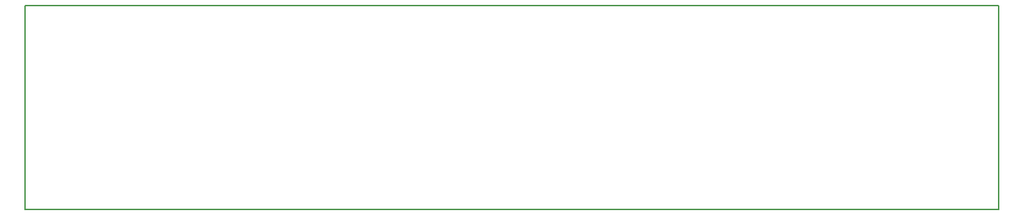
<source format=gbr>
G04 #@! TF.FileFunction,Profile,NP*
%FSLAX46Y46*%
G04 Gerber Fmt 4.6, Leading zero omitted, Abs format (unit mm)*
G04 Created by KiCad (PCBNEW 4.0.4-stable) date 04/04/17 13:48:34*
%MOMM*%
%LPD*%
G01*
G04 APERTURE LIST*
%ADD10C,0.100000*%
%ADD11C,0.150000*%
G04 APERTURE END LIST*
D10*
D11*
X81500000Y-52500000D02*
X200000000Y-52500000D01*
X81500000Y-77250000D02*
X81500000Y-52500000D01*
X200000000Y-77250000D02*
X81500000Y-77250000D01*
X200000000Y-52500000D02*
X200000000Y-77250000D01*
M02*

</source>
